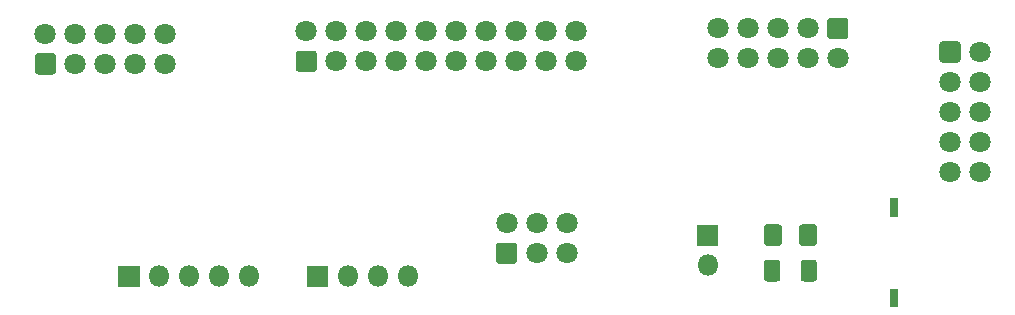
<source format=gts>
G04 #@! TF.GenerationSoftware,KiCad,Pcbnew,(5.1.10)-1*
G04 #@! TF.CreationDate,2022-05-07T20:41:14+02:00*
G04 #@! TF.ProjectId,STM_programming_ports,53544d5f-7072-46f6-9772-616d6d696e67,rev?*
G04 #@! TF.SameCoordinates,Original*
G04 #@! TF.FileFunction,Soldermask,Top*
G04 #@! TF.FilePolarity,Negative*
%FSLAX46Y46*%
G04 Gerber Fmt 4.6, Leading zero omitted, Abs format (unit mm)*
G04 Created by KiCad (PCBNEW (5.1.10)-1) date 2022-05-07 20:41:14*
%MOMM*%
%LPD*%
G01*
G04 APERTURE LIST*
%ADD10O,1.800000X1.800000*%
%ADD11C,1.800000*%
G04 APERTURE END LIST*
G36*
G01*
X153050000Y-61475000D02*
X152450000Y-61475000D01*
G75*
G02*
X152400000Y-61425000I0J50000D01*
G01*
X152400000Y-59925000D01*
G75*
G02*
X152450000Y-59875000I50000J0D01*
G01*
X153050000Y-59875000D01*
G75*
G02*
X153100000Y-59925000I0J-50000D01*
G01*
X153100000Y-61425000D01*
G75*
G02*
X153050000Y-61475000I-50000J0D01*
G01*
G37*
G36*
G01*
X153050000Y-69125000D02*
X152450000Y-69125000D01*
G75*
G02*
X152400000Y-69075000I0J50000D01*
G01*
X152400000Y-67575000D01*
G75*
G02*
X152450000Y-67525000I50000J0D01*
G01*
X153050000Y-67525000D01*
G75*
G02*
X153100000Y-67575000I0J-50000D01*
G01*
X153100000Y-69075000D01*
G75*
G02*
X153050000Y-69125000I-50000J0D01*
G01*
G37*
G36*
G01*
X144850000Y-66655770D02*
X144850000Y-65344230D01*
G75*
G02*
X145119230Y-65075000I269230J0D01*
G01*
X145980770Y-65075000D01*
G75*
G02*
X146250000Y-65344230I0J-269230D01*
G01*
X146250000Y-66655770D01*
G75*
G02*
X145980770Y-66925000I-269230J0D01*
G01*
X145119230Y-66925000D01*
G75*
G02*
X144850000Y-66655770I0J269230D01*
G01*
G37*
G36*
G01*
X141750000Y-66655770D02*
X141750000Y-65344230D01*
G75*
G02*
X142019230Y-65075000I269230J0D01*
G01*
X142880770Y-65075000D01*
G75*
G02*
X143150000Y-65344230I0J-269230D01*
G01*
X143150000Y-66655770D01*
G75*
G02*
X142880770Y-66925000I-269230J0D01*
G01*
X142019230Y-66925000D01*
G75*
G02*
X141750000Y-66655770I0J269230D01*
G01*
G37*
D10*
X98160000Y-66500000D03*
X95620000Y-66500000D03*
X93080000Y-66500000D03*
X90540000Y-66500000D03*
G36*
G01*
X88850000Y-67400000D02*
X87150000Y-67400000D01*
G75*
G02*
X87100000Y-67350000I0J50000D01*
G01*
X87100000Y-65650000D01*
G75*
G02*
X87150000Y-65600000I50000J0D01*
G01*
X88850000Y-65600000D01*
G75*
G02*
X88900000Y-65650000I0J-50000D01*
G01*
X88900000Y-67350000D01*
G75*
G02*
X88850000Y-67400000I-50000J0D01*
G01*
G37*
D11*
X137840000Y-48040000D03*
X140380000Y-48040000D03*
X142920000Y-48040000D03*
X145460000Y-48040000D03*
X148000000Y-48040000D03*
X137840000Y-45500000D03*
X140380000Y-45500000D03*
X142920000Y-45500000D03*
X145460000Y-45500000D03*
G36*
G01*
X147364705Y-44600000D02*
X148635295Y-44600000D01*
G75*
G02*
X148900000Y-44864705I0J-264705D01*
G01*
X148900000Y-46135295D01*
G75*
G02*
X148635295Y-46400000I-264705J0D01*
G01*
X147364705Y-46400000D01*
G75*
G02*
X147100000Y-46135295I0J264705D01*
G01*
X147100000Y-44864705D01*
G75*
G02*
X147364705Y-44600000I264705J0D01*
G01*
G37*
D10*
X111580000Y-66500000D03*
X109040000Y-66500000D03*
X106500000Y-66500000D03*
G36*
G01*
X104810000Y-67400000D02*
X103110000Y-67400000D01*
G75*
G02*
X103060000Y-67350000I0J50000D01*
G01*
X103060000Y-65650000D01*
G75*
G02*
X103110000Y-65600000I50000J0D01*
G01*
X104810000Y-65600000D01*
G75*
G02*
X104860000Y-65650000I0J-50000D01*
G01*
X104860000Y-67350000D01*
G75*
G02*
X104810000Y-67400000I-50000J0D01*
G01*
G37*
D11*
X125040000Y-62000000D03*
X122500000Y-62000000D03*
X119960000Y-62000000D03*
X125040000Y-64540000D03*
X122500000Y-64540000D03*
G36*
G01*
X120595295Y-65440000D02*
X119324705Y-65440000D01*
G75*
G02*
X119060000Y-65175295I0J264705D01*
G01*
X119060000Y-63904705D01*
G75*
G02*
X119324705Y-63640000I264705J0D01*
G01*
X120595295Y-63640000D01*
G75*
G02*
X120860000Y-63904705I0J-264705D01*
G01*
X120860000Y-65175295D01*
G75*
G02*
X120595295Y-65440000I-264705J0D01*
G01*
G37*
D10*
X137000000Y-65540000D03*
G36*
G01*
X136100000Y-63850000D02*
X136100000Y-62150000D01*
G75*
G02*
X136150000Y-62100000I50000J0D01*
G01*
X137850000Y-62100000D01*
G75*
G02*
X137900000Y-62150000I0J-50000D01*
G01*
X137900000Y-63850000D01*
G75*
G02*
X137850000Y-63900000I-50000J0D01*
G01*
X136150000Y-63900000D01*
G75*
G02*
X136100000Y-63850000I0J50000D01*
G01*
G37*
D11*
X125860000Y-45740000D03*
X123320000Y-45740000D03*
X120780000Y-45740000D03*
X118240000Y-45740000D03*
X115700000Y-45740000D03*
X113160000Y-45740000D03*
X110620000Y-45740000D03*
X108080000Y-45740000D03*
X105540000Y-45740000D03*
X103000000Y-45740000D03*
X125860000Y-48280000D03*
X123320000Y-48280000D03*
X120780000Y-48280000D03*
X118240000Y-48280000D03*
X115700000Y-48280000D03*
X113160000Y-48280000D03*
X110620000Y-48280000D03*
X108080000Y-48280000D03*
X105540000Y-48280000D03*
G36*
G01*
X103635295Y-49180000D02*
X102364705Y-49180000D01*
G75*
G02*
X102100000Y-48915295I0J264705D01*
G01*
X102100000Y-47644705D01*
G75*
G02*
X102364705Y-47380000I264705J0D01*
G01*
X103635295Y-47380000D01*
G75*
G02*
X103900000Y-47644705I0J-264705D01*
G01*
X103900000Y-48915295D01*
G75*
G02*
X103635295Y-49180000I-264705J0D01*
G01*
G37*
X160040000Y-57660000D03*
X160040000Y-55120000D03*
X160040000Y-52580000D03*
X160040000Y-50040000D03*
X160040000Y-47500000D03*
X157500000Y-57660000D03*
X157500000Y-55120000D03*
X157500000Y-52580000D03*
X157500000Y-50040000D03*
G36*
G01*
X156600000Y-48135295D02*
X156600000Y-46864705D01*
G75*
G02*
X156864705Y-46600000I264705J0D01*
G01*
X158135295Y-46600000D01*
G75*
G02*
X158400000Y-46864705I0J-264705D01*
G01*
X158400000Y-48135295D01*
G75*
G02*
X158135295Y-48400000I-264705J0D01*
G01*
X156864705Y-48400000D01*
G75*
G02*
X156600000Y-48135295I0J264705D01*
G01*
G37*
X91080001Y-45960000D03*
X88540001Y-45960000D03*
X86000001Y-45960000D03*
X83460001Y-45960000D03*
X80920001Y-45960000D03*
X91080001Y-48500000D03*
X88540001Y-48500000D03*
X86000001Y-48500000D03*
X83460001Y-48500000D03*
G36*
G01*
X81555296Y-49400000D02*
X80284706Y-49400000D01*
G75*
G02*
X80020001Y-49135295I0J264705D01*
G01*
X80020001Y-47864705D01*
G75*
G02*
X80284706Y-47600000I264705J0D01*
G01*
X81555296Y-47600000D01*
G75*
G02*
X81820001Y-47864705I0J-264705D01*
G01*
X81820001Y-49135295D01*
G75*
G02*
X81555296Y-49400000I-264705J0D01*
G01*
G37*
G36*
G01*
X144725000Y-63657457D02*
X144725000Y-62342543D01*
G75*
G02*
X144992543Y-62075000I267543J0D01*
G01*
X145982457Y-62075000D01*
G75*
G02*
X146250000Y-62342543I0J-267543D01*
G01*
X146250000Y-63657457D01*
G75*
G02*
X145982457Y-63925000I-267543J0D01*
G01*
X144992543Y-63925000D01*
G75*
G02*
X144725000Y-63657457I0J267543D01*
G01*
G37*
G36*
G01*
X141750000Y-63657457D02*
X141750000Y-62342543D01*
G75*
G02*
X142017543Y-62075000I267543J0D01*
G01*
X143007457Y-62075000D01*
G75*
G02*
X143275000Y-62342543I0J-267543D01*
G01*
X143275000Y-63657457D01*
G75*
G02*
X143007457Y-63925000I-267543J0D01*
G01*
X142017543Y-63925000D01*
G75*
G02*
X141750000Y-63657457I0J267543D01*
G01*
G37*
M02*

</source>
